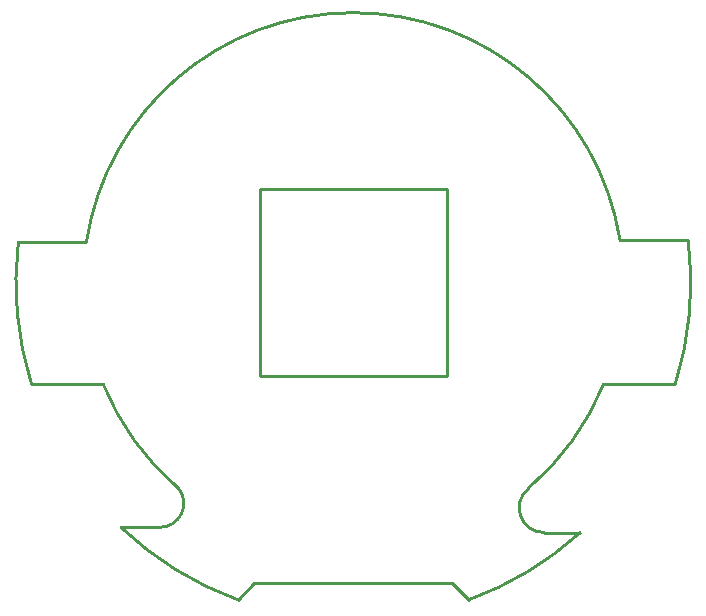
<source format=gm1>
G04*
G04 #@! TF.GenerationSoftware,Altium Limited,Altium Designer,18.1.11 (251)*
G04*
G04 Layer_Color=16711935*
%FSLAX25Y25*%
%MOIN*%
G70*
G01*
G75*
%ADD10C,0.01000*%
D10*
X-64495Y-81568D02*
G03*
X-58292Y-68519I-44J8020D01*
G01*
X58434Y-68551D02*
G03*
X63488Y-83282I5100J-6482D01*
G01*
X-77454Y-81591D02*
G03*
X-38477Y-105715I77454J81591D01*
G01*
X38477D02*
G03*
X75560Y-83348I-38477J105715D01*
G01*
X-111684Y13522D02*
G03*
X-107300Y-33809I111684J-13522D01*
G01*
X107274Y-33891D02*
G03*
X111611Y14114I-107274J33891D01*
G01*
X-83447Y-33715D02*
G03*
X-58318Y-68549I83447J33715D01*
G01*
X58384Y-68493D02*
G03*
X83447Y-33715I-58384J68493D01*
G01*
X88892Y14079D02*
G03*
X-88989Y13453I-88892J-14079D01*
G01*
X63488Y-83282D02*
X75500D01*
X-77432Y-81568D02*
X-64540D01*
X33000Y-100238D02*
X38477Y-105715D01*
X-107500Y-33715D02*
X-83447D01*
X107097D02*
X107274Y-33891D01*
X83447Y-33715D02*
X107097D01*
X-111684Y13522D02*
X-89449D01*
X88892Y14079D02*
X111500D01*
X-38477Y-105715D02*
X-33000Y-100238D01*
X33000D01*
X31200Y31250D02*
X31250Y-31250D01*
X-31250D02*
X31250D01*
X-31250D02*
Y31250D01*
X31250D01*
M02*

</source>
